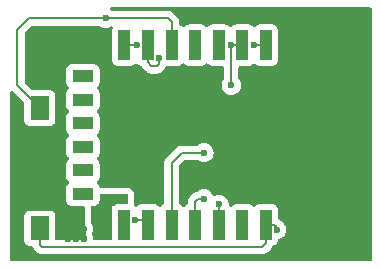
<source format=gbr>
%TF.GenerationSoftware,KiCad,Pcbnew,(6.99.0-2635-gfc1afa6298)*%
%TF.CreationDate,2022-08-16T08:58:36-07:00*%
%TF.ProjectId,seatalk_wifi,73656174-616c-46b5-9f77-6966692e6b69,rev?*%
%TF.SameCoordinates,Original*%
%TF.FileFunction,Copper,L2,Bot*%
%TF.FilePolarity,Positive*%
%FSLAX46Y46*%
G04 Gerber Fmt 4.6, Leading zero omitted, Abs format (unit mm)*
G04 Created by KiCad (PCBNEW (6.99.0-2635-gfc1afa6298)) date 2022-08-16 08:58:36*
%MOMM*%
%LPD*%
G01*
G04 APERTURE LIST*
%TA.AperFunction,SMDPad,CuDef*%
%ADD10R,1.600000X2.000000*%
%TD*%
%TA.AperFunction,SMDPad,CuDef*%
%ADD11R,1.000000X2.500000*%
%TD*%
%TA.AperFunction,SMDPad,CuDef*%
%ADD12R,1.800000X1.000000*%
%TD*%
%TA.AperFunction,ViaPad*%
%ADD13C,0.600000*%
%TD*%
%TA.AperFunction,Conductor*%
%ADD14C,0.200000*%
%TD*%
G04 APERTURE END LIST*
D10*
%TO.P,SW2,1,A*%
%TO.N,GND*%
X125699999Y-92299999D03*
%TO.P,SW2,2,B*%
%TO.N,/BOOT*%
X125699999Y-97699999D03*
%TD*%
%TO.P,SW1,1,A*%
%TO.N,GND*%
X125699999Y-102499999D03*
%TO.P,SW1,2,B*%
%TO.N,/~{RST}*%
X125699999Y-107899999D03*
%TD*%
D11*
%TO.P,U2,1,RST*%
%TO.N,/~{RST}*%
X144849999Y-107599999D03*
%TO.P,U2,2,ADC*%
%TO.N,unconnected-(U2-ADC)*%
X142849999Y-107599999D03*
%TO.P,U2,3,CH_PD*%
%TO.N,+3V3*%
X140849999Y-107599999D03*
%TO.P,U2,4,GPIO16*%
%TO.N,Net-(U2-GPIO16)*%
X138849999Y-107599999D03*
%TO.P,U2,5,GPIO14*%
%TO.N,Net-(U2-GPIO14)*%
X136849999Y-107599999D03*
%TO.P,U2,6,GPIO12*%
%TO.N,/LED*%
X134849999Y-107599999D03*
%TO.P,U2,7,GPIO13*%
%TO.N,unconnected-(U2-GPIO13)*%
X132849999Y-107599999D03*
%TO.P,U2,8,VCC*%
%TO.N,+3V3*%
X130849999Y-107599999D03*
D12*
%TO.P,U2,9,CS0*%
%TO.N,unconnected-(U2-CS0)*%
X129349999Y-104999999D03*
%TO.P,U2,10,MISO*%
%TO.N,unconnected-(U2-MISO)*%
X129349999Y-102999999D03*
%TO.P,U2,11,UART0_TXD*%
%TO.N,unconnected-(U2-GPIO9)*%
X129349999Y-100999999D03*
%TO.P,U2,12,GPIO10*%
%TO.N,unconnected-(U2-GPIO10)*%
X129349999Y-98999999D03*
%TO.P,U2,13,MOSI*%
%TO.N,unconnected-(U2-MOSI)*%
X129349999Y-96999999D03*
%TO.P,U2,14,SCLK*%
%TO.N,unconnected-(U2-SCLK)*%
X129349999Y-94999999D03*
D11*
%TO.P,U2,15,GND*%
%TO.N,GND*%
X130849999Y-92399999D03*
%TO.P,U2,16,GPIO15*%
%TO.N,/GPIO15*%
X132849999Y-92399999D03*
%TO.P,U2,17,UART1_TXD*%
%TO.N,/UART1_TXD*%
X134849999Y-92399999D03*
%TO.P,U2,18,GPIO0*%
%TO.N,/BOOT*%
X136849999Y-92399999D03*
%TO.P,U2,19,GPIO4*%
%TO.N,unconnected-(U2-GPIO4)*%
X138849999Y-92399999D03*
%TO.P,U2,20,GPIO5*%
%TO.N,unconnected-(U2-GPIO5)*%
X140849999Y-92399999D03*
%TO.P,U2,21,UART0_RXD*%
%TO.N,/UART0_RXD*%
X142849999Y-92399999D03*
%TO.P,U2,22,UART0_TXD*%
%TO.N,/UART0_TXD*%
X144849999Y-92399999D03*
%TD*%
D13*
%TO.N,GND*%
X128770000Y-106377200D03*
X128110000Y-107190000D03*
X148560000Y-107560000D03*
X147000000Y-91800000D03*
X147848800Y-106850000D03*
X127762000Y-101879400D03*
X150200000Y-105310000D03*
X148700000Y-89800000D03*
X147000000Y-90800000D03*
X129489200Y-93319600D03*
X148560000Y-106850000D03*
X129489200Y-92506800D03*
X147000000Y-92800000D03*
X147900000Y-93800000D03*
X149400000Y-102000000D03*
X149488800Y-105310000D03*
X143713200Y-105410000D03*
X148700000Y-91800000D03*
X128770000Y-107190000D03*
X148700000Y-90800000D03*
X129410000Y-108770000D03*
X129410000Y-107957200D03*
X147900000Y-92800000D03*
X148700000Y-92800000D03*
X133858000Y-96774000D03*
X147848800Y-107560000D03*
X147900000Y-90800000D03*
X128770000Y-107957284D03*
X148700000Y-93800000D03*
X147000000Y-93800000D03*
X128110000Y-107957284D03*
X139649200Y-99542600D03*
X128110000Y-106377200D03*
X147848800Y-106150000D03*
X147900000Y-91800000D03*
X133654800Y-104140000D03*
X128110000Y-108770084D03*
X147900000Y-89800000D03*
X128770000Y-108770084D03*
X148560000Y-106150000D03*
X147000000Y-89800000D03*
%TO.N,+3V3*%
X140868400Y-105867200D03*
X132000000Y-105500000D03*
X131200000Y-105500000D03*
X132800000Y-105500000D03*
%TO.N,/~{RST}*%
X145745200Y-108000800D03*
%TO.N,/BOOT*%
X131267200Y-90119200D03*
%TO.N,/UART0_RXD*%
X141900000Y-95800000D03*
X141900000Y-92400000D03*
%TO.N,/UART0_TXD*%
X143800000Y-92400000D03*
%TO.N,/LED*%
X133800000Y-107200000D03*
%TO.N,/UART1_TXD*%
X135813800Y-93472000D03*
%TO.N,/GPIO15*%
X133900000Y-92400000D03*
%TO.N,Net-(U2-GPIO14)*%
X139600000Y-101500000D03*
%TO.N,Net-(U2-GPIO16)*%
X139600000Y-105400000D03*
%TD*%
D14*
%TO.N,GND*%
X127762000Y-102184200D02*
X127446200Y-102500000D01*
X127446200Y-102500000D02*
X125700000Y-102500000D01*
X127762000Y-102184200D02*
X127762000Y-101879400D01*
%TO.N,+3V3*%
X140850000Y-107600000D02*
X140850000Y-105885600D01*
X140850000Y-105885600D02*
X140868400Y-105867200D01*
%TO.N,/~{RST}*%
X145745200Y-108000800D02*
X145745200Y-107797600D01*
X144526000Y-109474000D02*
X125882400Y-109474000D01*
X125882400Y-109474000D02*
X125700000Y-109291600D01*
X145542000Y-107594400D02*
X144855600Y-107594400D01*
X125700000Y-109291600D02*
X125700000Y-107900000D01*
X145745200Y-107797600D02*
X145542000Y-107594400D01*
X144850000Y-109150000D02*
X144526000Y-109474000D01*
X144850000Y-107600000D02*
X144850000Y-109150000D01*
%TO.N,/BOOT*%
X123799600Y-95799600D02*
X123799600Y-91084400D01*
X136850000Y-90418800D02*
X136850000Y-91650000D01*
X123799600Y-91084400D02*
X124764800Y-90119200D01*
X136550400Y-90119200D02*
X136850000Y-90418800D01*
X124764800Y-90119200D02*
X131267200Y-90119200D01*
X131267200Y-90119200D02*
X136550400Y-90119200D01*
X125700000Y-97700000D02*
X123799600Y-95799600D01*
%TO.N,/UART0_RXD*%
X142850000Y-92400000D02*
X141900000Y-92400000D01*
X141900000Y-95800000D02*
X141900000Y-92400000D01*
%TO.N,/UART0_TXD*%
X144850000Y-92400000D02*
X143800000Y-92400000D01*
%TO.N,/LED*%
X133800000Y-107200000D02*
X134450000Y-107200000D01*
X134450000Y-107200000D02*
X134850000Y-107600000D01*
%TO.N,/UART1_TXD*%
X134850000Y-93854400D02*
X135128000Y-94132400D01*
X135153400Y-94157800D02*
X135178800Y-94183200D01*
X135585200Y-94183200D02*
X135763000Y-94005400D01*
X135813800Y-93954600D02*
X135813800Y-93472000D01*
X135763000Y-94005400D02*
X135813800Y-93954600D01*
X135559800Y-94183200D02*
X135585200Y-94183200D01*
X135178800Y-94183200D02*
X135559800Y-94183200D01*
X134850000Y-92400000D02*
X134850000Y-93854400D01*
X135128000Y-94132400D02*
X135153400Y-94157800D01*
%TO.N,/GPIO15*%
X133900000Y-92400000D02*
X132850000Y-92400000D01*
%TO.N,Net-(U2-GPIO14)*%
X136850000Y-107600000D02*
X136850000Y-102350000D01*
X136850000Y-102350000D02*
X137700000Y-101500000D01*
X137700000Y-101500000D02*
X139600000Y-101500000D01*
%TO.N,Net-(U2-GPIO16)*%
X138850000Y-105650000D02*
X138850000Y-107600000D01*
X139600000Y-105400000D02*
X139100000Y-105400000D01*
X139100000Y-105400000D02*
X138850000Y-105650000D01*
%TD*%
%TA.AperFunction,Conductor*%
%TO.N,GND*%
G36*
X153742121Y-89220002D02*
G01*
X153788614Y-89273658D01*
X153800000Y-89326000D01*
X153800000Y-110574000D01*
X153779998Y-110642121D01*
X153726342Y-110688614D01*
X153674000Y-110700000D01*
X123326000Y-110700000D01*
X123257879Y-110679998D01*
X123211386Y-110626342D01*
X123200000Y-110574000D01*
X123200000Y-108948638D01*
X124391500Y-108948638D01*
X124398011Y-109009201D01*
X124449111Y-109146204D01*
X124536739Y-109263261D01*
X124543950Y-109268659D01*
X124591211Y-109304038D01*
X124653796Y-109350889D01*
X124790799Y-109401989D01*
X124827705Y-109405957D01*
X124848012Y-109408140D01*
X124848015Y-109408140D01*
X124851362Y-109408500D01*
X125005595Y-109408500D01*
X125073716Y-109428502D01*
X125122003Y-109486281D01*
X125168476Y-109598476D01*
X125173503Y-109605027D01*
X125173504Y-109605029D01*
X125241520Y-109693669D01*
X125241526Y-109693675D01*
X125266013Y-109725587D01*
X125272568Y-109730617D01*
X125291379Y-109745052D01*
X125303770Y-109755919D01*
X125418085Y-109870234D01*
X125428952Y-109882625D01*
X125448413Y-109907987D01*
X125454963Y-109913013D01*
X125480321Y-109932471D01*
X125480337Y-109932485D01*
X125529705Y-109970366D01*
X125575524Y-110005524D01*
X125723549Y-110066838D01*
X125882400Y-110087751D01*
X125914099Y-110083578D01*
X125930544Y-110082500D01*
X144477864Y-110082500D01*
X144494307Y-110083578D01*
X144526000Y-110087750D01*
X144534189Y-110086672D01*
X144565874Y-110082501D01*
X144565884Y-110082500D01*
X144565885Y-110082500D01*
X144665457Y-110069391D01*
X144676664Y-110067916D01*
X144676666Y-110067915D01*
X144684851Y-110066838D01*
X144832876Y-110005524D01*
X144928062Y-109932485D01*
X144928069Y-109932480D01*
X144928075Y-109932474D01*
X144953434Y-109913015D01*
X144959987Y-109907987D01*
X144965017Y-109901432D01*
X144979452Y-109882621D01*
X144990319Y-109870230D01*
X145246234Y-109614315D01*
X145258625Y-109603448D01*
X145277437Y-109589013D01*
X145283987Y-109583987D01*
X145308474Y-109552075D01*
X145308480Y-109552069D01*
X145376496Y-109463429D01*
X145376497Y-109463427D01*
X145381524Y-109456876D01*
X145397726Y-109417761D01*
X145442272Y-109362481D01*
X145470102Y-109347923D01*
X145587761Y-109304038D01*
X145587760Y-109304038D01*
X145596204Y-109300889D01*
X145713261Y-109213261D01*
X145758059Y-109153418D01*
X145795489Y-109103418D01*
X145795490Y-109103416D01*
X145800889Y-109096204D01*
X145851989Y-108959201D01*
X145858500Y-108898638D01*
X145858876Y-108898678D01*
X145881831Y-108833597D01*
X145942420Y-108788358D01*
X146098215Y-108733843D01*
X146252481Y-108636911D01*
X146381311Y-108508081D01*
X146432164Y-108427150D01*
X146474478Y-108359807D01*
X146478243Y-108353815D01*
X146538417Y-108181847D01*
X146542965Y-108141487D01*
X146558024Y-108007829D01*
X146558816Y-108000800D01*
X146548050Y-107905248D01*
X146539209Y-107826781D01*
X146539209Y-107826780D01*
X146538417Y-107819753D01*
X146478243Y-107647785D01*
X146474478Y-107641793D01*
X146385078Y-107499514D01*
X146381311Y-107493519D01*
X146252481Y-107364689D01*
X146098215Y-107267757D01*
X146091040Y-107265246D01*
X146090596Y-107264967D01*
X146085161Y-107262350D01*
X146085456Y-107261738D01*
X146043562Y-107235413D01*
X146006315Y-107198166D01*
X145995448Y-107185775D01*
X145981013Y-107166963D01*
X145975987Y-107160413D01*
X145944075Y-107135926D01*
X145944072Y-107135923D01*
X145907794Y-107108086D01*
X145865928Y-107050749D01*
X145858500Y-107008125D01*
X145858500Y-106301362D01*
X145851989Y-106240799D01*
X145800889Y-106103796D01*
X145784774Y-106082268D01*
X145718659Y-105993950D01*
X145713261Y-105986739D01*
X145658158Y-105945489D01*
X145603418Y-105904511D01*
X145603416Y-105904510D01*
X145596204Y-105899111D01*
X145459201Y-105848011D01*
X145422295Y-105844043D01*
X145401988Y-105841860D01*
X145401985Y-105841860D01*
X145398638Y-105841500D01*
X144301362Y-105841500D01*
X144298015Y-105841860D01*
X144298012Y-105841860D01*
X144277705Y-105844043D01*
X144240799Y-105848011D01*
X144103796Y-105899111D01*
X144096584Y-105904510D01*
X144096582Y-105904511D01*
X144041842Y-105945489D01*
X143986739Y-105986739D01*
X143981341Y-105993950D01*
X143950868Y-106034657D01*
X143894032Y-106077204D01*
X143823217Y-106082268D01*
X143760905Y-106048243D01*
X143749132Y-106034657D01*
X143718659Y-105993950D01*
X143713261Y-105986739D01*
X143658158Y-105945489D01*
X143603418Y-105904511D01*
X143603416Y-105904510D01*
X143596204Y-105899111D01*
X143459201Y-105848011D01*
X143422295Y-105844043D01*
X143401988Y-105841860D01*
X143401985Y-105841860D01*
X143398638Y-105841500D01*
X142301362Y-105841500D01*
X142298015Y-105841860D01*
X142298012Y-105841860D01*
X142277705Y-105844043D01*
X142240799Y-105848011D01*
X142103796Y-105899111D01*
X142096584Y-105904510D01*
X142096582Y-105904511D01*
X142041842Y-105945489D01*
X141986739Y-105986739D01*
X141981341Y-105993950D01*
X141950868Y-106034657D01*
X141894032Y-106077204D01*
X141823217Y-106082268D01*
X141760905Y-106048243D01*
X141749132Y-106034657D01*
X141718659Y-105993950D01*
X141713261Y-105986739D01*
X141713376Y-105986653D01*
X141681772Y-105928777D01*
X141679685Y-105887885D01*
X141681151Y-105874880D01*
X141682016Y-105867200D01*
X141679846Y-105847936D01*
X141662409Y-105693181D01*
X141662409Y-105693180D01*
X141661617Y-105686153D01*
X141601443Y-105514185D01*
X141504511Y-105359919D01*
X141375681Y-105231089D01*
X141243203Y-105147847D01*
X141227407Y-105137922D01*
X141221415Y-105134157D01*
X141049447Y-105073983D01*
X141042420Y-105073191D01*
X141042419Y-105073191D01*
X140875429Y-105054376D01*
X140868400Y-105053584D01*
X140861371Y-105054376D01*
X140694381Y-105073191D01*
X140694380Y-105073191D01*
X140687353Y-105073983D01*
X140626200Y-105095381D01*
X140522068Y-105131818D01*
X140522064Y-105131820D01*
X140515385Y-105134157D01*
X140511676Y-105136487D01*
X140442682Y-105147847D01*
X140377513Y-105119677D01*
X140339137Y-105064402D01*
X140335380Y-105053664D01*
X140333043Y-105046985D01*
X140236111Y-104892719D01*
X140107281Y-104763889D01*
X139953015Y-104666957D01*
X139781047Y-104606783D01*
X139774020Y-104605991D01*
X139774019Y-104605991D01*
X139607029Y-104587176D01*
X139600000Y-104586384D01*
X139592971Y-104587176D01*
X139425981Y-104605991D01*
X139425980Y-104605991D01*
X139418953Y-104606783D01*
X139246985Y-104666957D01*
X139092719Y-104763889D01*
X139087716Y-104768892D01*
X139086605Y-104769778D01*
X139024491Y-104796190D01*
X138941150Y-104807162D01*
X138793125Y-104868476D01*
X138793123Y-104868477D01*
X138793124Y-104868477D01*
X138697928Y-104941523D01*
X138697925Y-104941526D01*
X138666013Y-104966013D01*
X138660983Y-104972568D01*
X138646548Y-104991379D01*
X138635681Y-105003770D01*
X138453766Y-105185685D01*
X138441375Y-105196552D01*
X138416013Y-105216013D01*
X138391526Y-105247925D01*
X138391523Y-105247928D01*
X138318476Y-105343124D01*
X138260319Y-105483528D01*
X138257162Y-105491150D01*
X138256085Y-105499334D01*
X138256084Y-105499336D01*
X138242652Y-105601367D01*
X138241500Y-105610115D01*
X138241500Y-105610120D01*
X138236250Y-105650000D01*
X138237328Y-105658188D01*
X138240422Y-105681690D01*
X138241500Y-105698136D01*
X138241500Y-105760266D01*
X138221498Y-105828387D01*
X138167842Y-105874880D01*
X138159534Y-105878322D01*
X138103796Y-105899111D01*
X138096584Y-105904510D01*
X138096582Y-105904511D01*
X138041842Y-105945489D01*
X137986739Y-105986739D01*
X137981341Y-105993950D01*
X137950868Y-106034657D01*
X137894032Y-106077204D01*
X137823217Y-106082268D01*
X137760905Y-106048243D01*
X137749132Y-106034657D01*
X137718659Y-105993950D01*
X137713261Y-105986739D01*
X137658158Y-105945489D01*
X137603418Y-105904511D01*
X137603416Y-105904510D01*
X137596204Y-105899111D01*
X137540467Y-105878322D01*
X137483632Y-105835775D01*
X137458821Y-105769254D01*
X137458500Y-105760266D01*
X137458500Y-102654239D01*
X137478502Y-102586118D01*
X137495405Y-102565144D01*
X137915144Y-102145405D01*
X137977456Y-102111379D01*
X138004239Y-102108500D01*
X139015278Y-102108500D01*
X139083399Y-102128502D01*
X139089452Y-102132844D01*
X139092719Y-102136111D01*
X139098708Y-102139874D01*
X139098709Y-102139875D01*
X139107510Y-102145405D01*
X139246985Y-102233043D01*
X139418953Y-102293217D01*
X139425980Y-102294009D01*
X139425981Y-102294009D01*
X139592971Y-102312824D01*
X139600000Y-102313616D01*
X139607029Y-102312824D01*
X139774019Y-102294009D01*
X139774020Y-102294009D01*
X139781047Y-102293217D01*
X139953015Y-102233043D01*
X140107281Y-102136111D01*
X140236111Y-102007281D01*
X140273410Y-101947921D01*
X140329278Y-101859007D01*
X140333043Y-101853015D01*
X140393217Y-101681047D01*
X140413616Y-101500000D01*
X140393217Y-101318953D01*
X140333043Y-101146985D01*
X140279005Y-101060984D01*
X140239878Y-100998714D01*
X140236111Y-100992719D01*
X140107281Y-100863889D01*
X139953015Y-100766957D01*
X139781047Y-100706783D01*
X139774020Y-100705991D01*
X139774019Y-100705991D01*
X139607029Y-100687176D01*
X139600000Y-100686384D01*
X139592971Y-100687176D01*
X139425981Y-100705991D01*
X139425980Y-100705991D01*
X139418953Y-100706783D01*
X139246985Y-100766957D01*
X139092719Y-100863889D01*
X139091743Y-100864865D01*
X139028110Y-100890845D01*
X139015278Y-100891500D01*
X137748144Y-100891500D01*
X137731698Y-100890422D01*
X137708188Y-100887327D01*
X137700000Y-100886249D01*
X137541150Y-100907162D01*
X137533523Y-100910321D01*
X137533520Y-100910322D01*
X137467137Y-100937819D01*
X137393124Y-100968476D01*
X137368057Y-100987711D01*
X137297937Y-101041515D01*
X137297921Y-101041529D01*
X137272566Y-101060984D01*
X137272563Y-101060987D01*
X137266013Y-101066013D01*
X137260983Y-101072568D01*
X137246548Y-101091379D01*
X137235681Y-101103770D01*
X136453766Y-101885685D01*
X136441375Y-101896552D01*
X136416013Y-101916013D01*
X136391526Y-101947925D01*
X136391523Y-101947928D01*
X136391517Y-101947936D01*
X136345980Y-102007281D01*
X136318476Y-102043124D01*
X136257162Y-102191149D01*
X136257162Y-102191150D01*
X136255414Y-102204426D01*
X136247803Y-102262237D01*
X136241500Y-102310115D01*
X136241500Y-102310120D01*
X136236250Y-102350000D01*
X136237328Y-102358188D01*
X136240422Y-102381690D01*
X136241500Y-102398136D01*
X136241500Y-105760266D01*
X136221498Y-105828387D01*
X136167842Y-105874880D01*
X136159534Y-105878322D01*
X136103796Y-105899111D01*
X136096584Y-105904510D01*
X136096582Y-105904511D01*
X136041842Y-105945489D01*
X135986739Y-105986739D01*
X135981341Y-105993950D01*
X135950868Y-106034657D01*
X135894032Y-106077204D01*
X135823217Y-106082268D01*
X135760905Y-106048243D01*
X135749132Y-106034657D01*
X135718659Y-105993950D01*
X135713261Y-105986739D01*
X135658158Y-105945489D01*
X135603418Y-105904511D01*
X135603416Y-105904510D01*
X135596204Y-105899111D01*
X135459201Y-105848011D01*
X135422295Y-105844043D01*
X135401988Y-105841860D01*
X135401985Y-105841860D01*
X135398638Y-105841500D01*
X134301362Y-105841500D01*
X134298015Y-105841860D01*
X134298012Y-105841860D01*
X134277705Y-105844043D01*
X134240799Y-105848011D01*
X134103796Y-105899111D01*
X134096584Y-105904510D01*
X134096582Y-105904511D01*
X134041842Y-105945489D01*
X133986739Y-105986739D01*
X133981341Y-105993950D01*
X133950868Y-106034657D01*
X133894032Y-106077204D01*
X133823217Y-106082268D01*
X133760905Y-106048243D01*
X133749132Y-106034657D01*
X133713261Y-105986739D01*
X133715081Y-105985377D01*
X133687064Y-105934069D01*
X133689287Y-105871794D01*
X133691431Y-105864492D01*
X133691432Y-105864488D01*
X133692700Y-105860169D01*
X133694053Y-105850764D01*
X133712861Y-105719947D01*
X133712861Y-105719942D01*
X133713500Y-105715500D01*
X133713500Y-105126000D01*
X133705006Y-105046985D01*
X133702128Y-105020215D01*
X133702127Y-105020208D01*
X133701766Y-105016851D01*
X133701048Y-105013550D01*
X133691094Y-104967790D01*
X133691093Y-104967785D01*
X133690380Y-104964509D01*
X133655710Y-104860343D01*
X133576692Y-104737388D01*
X133530199Y-104683732D01*
X133508143Y-104664620D01*
X133426550Y-104593919D01*
X133426547Y-104593917D01*
X133419739Y-104588018D01*
X133286790Y-104527302D01*
X133263036Y-104520327D01*
X133222992Y-104508569D01*
X133222988Y-104508568D01*
X133218669Y-104507300D01*
X133214220Y-104506660D01*
X133214214Y-104506659D01*
X133078447Y-104487139D01*
X133078442Y-104487139D01*
X133074000Y-104486500D01*
X130884500Y-104486500D01*
X130881143Y-104486861D01*
X130880170Y-104486913D01*
X130811077Y-104470583D01*
X130761780Y-104419491D01*
X130752357Y-104394225D01*
X130751989Y-104390799D01*
X130700889Y-104253796D01*
X130613261Y-104136739D01*
X130565343Y-104100868D01*
X130522796Y-104044032D01*
X130517732Y-103973217D01*
X130551757Y-103910905D01*
X130565343Y-103899132D01*
X130606050Y-103868659D01*
X130613261Y-103863261D01*
X130700889Y-103746204D01*
X130751989Y-103609201D01*
X130758500Y-103548638D01*
X130758500Y-102451362D01*
X130751989Y-102390799D01*
X130700889Y-102253796D01*
X130685354Y-102233043D01*
X130618659Y-102143950D01*
X130613261Y-102136739D01*
X130565343Y-102100868D01*
X130522796Y-102044032D01*
X130517732Y-101973217D01*
X130551757Y-101910905D01*
X130565343Y-101899132D01*
X130613261Y-101863261D01*
X130700889Y-101746204D01*
X130751989Y-101609201D01*
X130758500Y-101548638D01*
X130758500Y-100451362D01*
X130751989Y-100390799D01*
X130700889Y-100253796D01*
X130613261Y-100136739D01*
X130565343Y-100100868D01*
X130522796Y-100044032D01*
X130517732Y-99973217D01*
X130551757Y-99910905D01*
X130565343Y-99899132D01*
X130606050Y-99868659D01*
X130613261Y-99863261D01*
X130700889Y-99746204D01*
X130751989Y-99609201D01*
X130758500Y-99548638D01*
X130758500Y-98451362D01*
X130751989Y-98390799D01*
X130700889Y-98253796D01*
X130613261Y-98136739D01*
X130565343Y-98100868D01*
X130522796Y-98044032D01*
X130517732Y-97973217D01*
X130551757Y-97910905D01*
X130565343Y-97899132D01*
X130606050Y-97868659D01*
X130613261Y-97863261D01*
X130700889Y-97746204D01*
X130751989Y-97609201D01*
X130758500Y-97548638D01*
X130758500Y-96451362D01*
X130751989Y-96390799D01*
X130700889Y-96253796D01*
X130695026Y-96245963D01*
X130618659Y-96143950D01*
X130613261Y-96136739D01*
X130565343Y-96100868D01*
X130522796Y-96044032D01*
X130517732Y-95973217D01*
X130551757Y-95910905D01*
X130565343Y-95899132D01*
X130606050Y-95868659D01*
X130613261Y-95863261D01*
X130700889Y-95746204D01*
X130751989Y-95609201D01*
X130758500Y-95548638D01*
X130758500Y-94451362D01*
X130751989Y-94390799D01*
X130700889Y-94253796D01*
X130687778Y-94236281D01*
X130618659Y-94143950D01*
X130613261Y-94136739D01*
X130496204Y-94049111D01*
X130359201Y-93998011D01*
X130322295Y-93994043D01*
X130301988Y-93991860D01*
X130301985Y-93991860D01*
X130298638Y-93991500D01*
X128401362Y-93991500D01*
X128398015Y-93991860D01*
X128398012Y-93991860D01*
X128377705Y-93994043D01*
X128340799Y-93998011D01*
X128203796Y-94049111D01*
X128086739Y-94136739D01*
X128081341Y-94143950D01*
X128012223Y-94236281D01*
X127999111Y-94253796D01*
X127948011Y-94390799D01*
X127941500Y-94451362D01*
X127941500Y-95548638D01*
X127948011Y-95609201D01*
X127999111Y-95746204D01*
X128086739Y-95863261D01*
X128093950Y-95868659D01*
X128134657Y-95899132D01*
X128177204Y-95955968D01*
X128182268Y-96026783D01*
X128148243Y-96089095D01*
X128134657Y-96100868D01*
X128086739Y-96136739D01*
X128081341Y-96143950D01*
X128004975Y-96245963D01*
X127999111Y-96253796D01*
X127948011Y-96390799D01*
X127941500Y-96451362D01*
X127941500Y-97548638D01*
X127948011Y-97609201D01*
X127999111Y-97746204D01*
X128086739Y-97863261D01*
X128093950Y-97868659D01*
X128134657Y-97899132D01*
X128177204Y-97955968D01*
X128182268Y-98026783D01*
X128148243Y-98089095D01*
X128134657Y-98100868D01*
X128086739Y-98136739D01*
X127999111Y-98253796D01*
X127948011Y-98390799D01*
X127941500Y-98451362D01*
X127941500Y-99548638D01*
X127948011Y-99609201D01*
X127999111Y-99746204D01*
X128086739Y-99863261D01*
X128093950Y-99868659D01*
X128134657Y-99899132D01*
X128177204Y-99955968D01*
X128182268Y-100026783D01*
X128148243Y-100089095D01*
X128134657Y-100100868D01*
X128086739Y-100136739D01*
X127999111Y-100253796D01*
X127948011Y-100390799D01*
X127941500Y-100451362D01*
X127941500Y-101548638D01*
X127948011Y-101609201D01*
X127999111Y-101746204D01*
X128086739Y-101863261D01*
X128134657Y-101899132D01*
X128177204Y-101955968D01*
X128182268Y-102026783D01*
X128148243Y-102089095D01*
X128134657Y-102100868D01*
X128086739Y-102136739D01*
X128081341Y-102143950D01*
X128014647Y-102233043D01*
X127999111Y-102253796D01*
X127948011Y-102390799D01*
X127941500Y-102451362D01*
X127941500Y-103548638D01*
X127948011Y-103609201D01*
X127999111Y-103746204D01*
X128086739Y-103863261D01*
X128093950Y-103868659D01*
X128134657Y-103899132D01*
X128177204Y-103955968D01*
X128182268Y-104026783D01*
X128148243Y-104089095D01*
X128134657Y-104100868D01*
X128086739Y-104136739D01*
X127999111Y-104253796D01*
X127948011Y-104390799D01*
X127941500Y-104451362D01*
X127941500Y-105548638D01*
X127948011Y-105609201D01*
X127999111Y-105746204D01*
X128004510Y-105753416D01*
X128004511Y-105753418D01*
X128016366Y-105769254D01*
X128086739Y-105863261D01*
X128203796Y-105950889D01*
X128340799Y-106001989D01*
X128377705Y-106005957D01*
X128398012Y-106008140D01*
X128398015Y-106008140D01*
X128401362Y-106008500D01*
X129360500Y-106008500D01*
X129428621Y-106028502D01*
X129475114Y-106082158D01*
X129486500Y-106134500D01*
X129486500Y-107351618D01*
X129489441Y-107406500D01*
X129492320Y-107433283D01*
X129492588Y-107434940D01*
X129492590Y-107434951D01*
X129500125Y-107481448D01*
X129500126Y-107481453D01*
X129501116Y-107487560D01*
X129503278Y-107493357D01*
X129503279Y-107493360D01*
X129550622Y-107620287D01*
X129552194Y-107624501D01*
X129554347Y-107628444D01*
X129554348Y-107628446D01*
X129584062Y-107682862D01*
X129584065Y-107682867D01*
X129586220Y-107686813D01*
X129588913Y-107690411D01*
X129588918Y-107690418D01*
X129604046Y-107710625D01*
X129610920Y-107723368D01*
X129611318Y-107723118D01*
X129669914Y-107816373D01*
X129682156Y-107841792D01*
X129694735Y-107877739D01*
X129701013Y-107905243D01*
X129705278Y-107943097D01*
X129705277Y-107971310D01*
X129701012Y-108009157D01*
X129694734Y-108036662D01*
X129658359Y-108140617D01*
X129657922Y-108140464D01*
X129654007Y-108156661D01*
X129650923Y-108163505D01*
X129650919Y-108163516D01*
X129649142Y-108167460D01*
X129647924Y-108171610D01*
X129647922Y-108171614D01*
X129644918Y-108181847D01*
X129638545Y-108203552D01*
X129621589Y-108285513D01*
X129621733Y-108292583D01*
X129621733Y-108292585D01*
X129622846Y-108347135D01*
X129624569Y-108431640D01*
X129635724Y-108499389D01*
X129636111Y-108501128D01*
X129636113Y-108501137D01*
X129638775Y-108513089D01*
X129648200Y-108555414D01*
X129650743Y-108561142D01*
X129653356Y-108567027D01*
X129658734Y-108586452D01*
X129658359Y-108586583D01*
X129660330Y-108592215D01*
X129660330Y-108592216D01*
X129694734Y-108690538D01*
X129701012Y-108718042D01*
X129701840Y-108725389D01*
X129689593Y-108795321D01*
X129641482Y-108847531D01*
X129576633Y-108865500D01*
X127134500Y-108865500D01*
X127066379Y-108845498D01*
X127019886Y-108791842D01*
X127008500Y-108739500D01*
X127008500Y-106851362D01*
X127001989Y-106790799D01*
X126950889Y-106653796D01*
X126863261Y-106536739D01*
X126746204Y-106449111D01*
X126609201Y-106398011D01*
X126572295Y-106394043D01*
X126551988Y-106391860D01*
X126551985Y-106391860D01*
X126548638Y-106391500D01*
X124851362Y-106391500D01*
X124848015Y-106391860D01*
X124848012Y-106391860D01*
X124827705Y-106394043D01*
X124790799Y-106398011D01*
X124653796Y-106449111D01*
X124536739Y-106536739D01*
X124449111Y-106653796D01*
X124398011Y-106790799D01*
X124391500Y-106851362D01*
X124391500Y-108948638D01*
X123200000Y-108948638D01*
X123200000Y-96364739D01*
X123220002Y-96296618D01*
X123273658Y-96250125D01*
X123343932Y-96240021D01*
X123408512Y-96269515D01*
X123415095Y-96275644D01*
X124354595Y-97215144D01*
X124388621Y-97277456D01*
X124391500Y-97304239D01*
X124391500Y-98748638D01*
X124398011Y-98809201D01*
X124449111Y-98946204D01*
X124536739Y-99063261D01*
X124653796Y-99150889D01*
X124790799Y-99201989D01*
X124827705Y-99205957D01*
X124848012Y-99208140D01*
X124848015Y-99208140D01*
X124851362Y-99208500D01*
X126548638Y-99208500D01*
X126551985Y-99208140D01*
X126551988Y-99208140D01*
X126572295Y-99205957D01*
X126609201Y-99201989D01*
X126746204Y-99150889D01*
X126863261Y-99063261D01*
X126950889Y-98946204D01*
X127001989Y-98809201D01*
X127008500Y-98748638D01*
X127008500Y-96651362D01*
X127001989Y-96590799D01*
X126950889Y-96453796D01*
X126909595Y-96398633D01*
X126868659Y-96343950D01*
X126863261Y-96336739D01*
X126823910Y-96307281D01*
X126753418Y-96254511D01*
X126753416Y-96254510D01*
X126746204Y-96249111D01*
X126609201Y-96198011D01*
X126572295Y-96194043D01*
X126551988Y-96191860D01*
X126551985Y-96191860D01*
X126548638Y-96191500D01*
X125104239Y-96191500D01*
X125036118Y-96171498D01*
X125015144Y-96154595D01*
X124445005Y-95584456D01*
X124410979Y-95522144D01*
X124408100Y-95495361D01*
X124408100Y-91388640D01*
X124428102Y-91320519D01*
X124445004Y-91299545D01*
X124979943Y-90764605D01*
X125042256Y-90730580D01*
X125069039Y-90727700D01*
X130682478Y-90727700D01*
X130750599Y-90747702D01*
X130756652Y-90752044D01*
X130759919Y-90755311D01*
X130765908Y-90759074D01*
X130765909Y-90759075D01*
X130801345Y-90781341D01*
X130914185Y-90852243D01*
X131086153Y-90912417D01*
X131093180Y-90913209D01*
X131093181Y-90913209D01*
X131202703Y-90925549D01*
X131255565Y-90931505D01*
X131260171Y-90932024D01*
X131267200Y-90932816D01*
X131274229Y-90932024D01*
X131278836Y-90931505D01*
X131331697Y-90925549D01*
X131441219Y-90913209D01*
X131441220Y-90913209D01*
X131448247Y-90912417D01*
X131620215Y-90852243D01*
X131694423Y-90805615D01*
X131762744Y-90786309D01*
X131830657Y-90807004D01*
X131876601Y-90861131D01*
X131885987Y-90931505D01*
X131879514Y-90956335D01*
X131850765Y-91033412D01*
X131850763Y-91033421D01*
X131848011Y-91040799D01*
X131847169Y-91048633D01*
X131843324Y-91084400D01*
X131841500Y-91101362D01*
X131841500Y-93698638D01*
X131848011Y-93759201D01*
X131899111Y-93896204D01*
X131904510Y-93903416D01*
X131904511Y-93903418D01*
X131950868Y-93965343D01*
X131986739Y-94013261D01*
X132103796Y-94100889D01*
X132240799Y-94151989D01*
X132277705Y-94155957D01*
X132298012Y-94158140D01*
X132298015Y-94158140D01*
X132301362Y-94158500D01*
X133398638Y-94158500D01*
X133401985Y-94158140D01*
X133401988Y-94158140D01*
X133422295Y-94155957D01*
X133459201Y-94151989D01*
X133596204Y-94100889D01*
X133713261Y-94013261D01*
X133749132Y-93965343D01*
X133805968Y-93922796D01*
X133876783Y-93917732D01*
X133939095Y-93951757D01*
X133950868Y-93965343D01*
X133986739Y-94013261D01*
X134103796Y-94100889D01*
X134240799Y-94151989D01*
X134264045Y-94154488D01*
X134329638Y-94181656D01*
X134350540Y-94203062D01*
X134391520Y-94256469D01*
X134391526Y-94256475D01*
X134416013Y-94288387D01*
X134422568Y-94293417D01*
X134441379Y-94307852D01*
X134453770Y-94318719D01*
X134714485Y-94579434D01*
X134725352Y-94591825D01*
X134744813Y-94617187D01*
X134776725Y-94641674D01*
X134776728Y-94641677D01*
X134871924Y-94714724D01*
X135019949Y-94776038D01*
X135028136Y-94777116D01*
X135028137Y-94777116D01*
X135039342Y-94778591D01*
X135070538Y-94782698D01*
X135138915Y-94791700D01*
X135138918Y-94791700D01*
X135138926Y-94791701D01*
X135170611Y-94795872D01*
X135178800Y-94796950D01*
X135210493Y-94792778D01*
X135226936Y-94791700D01*
X135537064Y-94791700D01*
X135553507Y-94792778D01*
X135585200Y-94796950D01*
X135593389Y-94795872D01*
X135625074Y-94791701D01*
X135625084Y-94791700D01*
X135625085Y-94791700D01*
X135625101Y-94791698D01*
X135724657Y-94778591D01*
X135735864Y-94777116D01*
X135735866Y-94777115D01*
X135744051Y-94776038D01*
X135892076Y-94714724D01*
X135987272Y-94641677D01*
X135987275Y-94641674D01*
X136019187Y-94617187D01*
X136024217Y-94610632D01*
X136038652Y-94591821D01*
X136049519Y-94579430D01*
X136210034Y-94418915D01*
X136222425Y-94408048D01*
X136241237Y-94393613D01*
X136247787Y-94388587D01*
X136272274Y-94356675D01*
X136272280Y-94356669D01*
X136340296Y-94268029D01*
X136340297Y-94268027D01*
X136345324Y-94261476D01*
X136348484Y-94253848D01*
X136348487Y-94253842D01*
X136355761Y-94236281D01*
X136400309Y-94181000D01*
X136472169Y-94158500D01*
X137398638Y-94158500D01*
X137401985Y-94158140D01*
X137401988Y-94158140D01*
X137422295Y-94155957D01*
X137459201Y-94151989D01*
X137596204Y-94100889D01*
X137713261Y-94013261D01*
X137749132Y-93965343D01*
X137805968Y-93922796D01*
X137876783Y-93917732D01*
X137939095Y-93951757D01*
X137950868Y-93965343D01*
X137986739Y-94013261D01*
X138103796Y-94100889D01*
X138240799Y-94151989D01*
X138277705Y-94155957D01*
X138298012Y-94158140D01*
X138298015Y-94158140D01*
X138301362Y-94158500D01*
X139398638Y-94158500D01*
X139401985Y-94158140D01*
X139401988Y-94158140D01*
X139422295Y-94155957D01*
X139459201Y-94151989D01*
X139596204Y-94100889D01*
X139713261Y-94013261D01*
X139749132Y-93965343D01*
X139805968Y-93922796D01*
X139876783Y-93917732D01*
X139939095Y-93951757D01*
X139950868Y-93965343D01*
X139986739Y-94013261D01*
X140103796Y-94100889D01*
X140240799Y-94151989D01*
X140277705Y-94155957D01*
X140298012Y-94158140D01*
X140298015Y-94158140D01*
X140301362Y-94158500D01*
X141165500Y-94158500D01*
X141233621Y-94178502D01*
X141280114Y-94232158D01*
X141291500Y-94284500D01*
X141291500Y-95215278D01*
X141271498Y-95283399D01*
X141267156Y-95289452D01*
X141263889Y-95292719D01*
X141166957Y-95446985D01*
X141106783Y-95618953D01*
X141105991Y-95625980D01*
X141105991Y-95625981D01*
X141090922Y-95759720D01*
X141086384Y-95800000D01*
X141106783Y-95981047D01*
X141166957Y-96153015D01*
X141263889Y-96307281D01*
X141392719Y-96436111D01*
X141546985Y-96533043D01*
X141718953Y-96593217D01*
X141725980Y-96594009D01*
X141725981Y-96594009D01*
X141892971Y-96612824D01*
X141900000Y-96613616D01*
X141907029Y-96612824D01*
X142074019Y-96594009D01*
X142074020Y-96594009D01*
X142081047Y-96593217D01*
X142253015Y-96533043D01*
X142407281Y-96436111D01*
X142536111Y-96307281D01*
X142633043Y-96153015D01*
X142693217Y-95981047D01*
X142713616Y-95800000D01*
X142709078Y-95759720D01*
X142694009Y-95625981D01*
X142694009Y-95625980D01*
X142693217Y-95618953D01*
X142633043Y-95446985D01*
X142536111Y-95292719D01*
X142535135Y-95291743D01*
X142509155Y-95228110D01*
X142508500Y-95215278D01*
X142508500Y-94284500D01*
X142528502Y-94216379D01*
X142582158Y-94169886D01*
X142634500Y-94158500D01*
X143398638Y-94158500D01*
X143401985Y-94158140D01*
X143401988Y-94158140D01*
X143422295Y-94155957D01*
X143459201Y-94151989D01*
X143596204Y-94100889D01*
X143713261Y-94013261D01*
X143749132Y-93965343D01*
X143805968Y-93922796D01*
X143876783Y-93917732D01*
X143939095Y-93951757D01*
X143950868Y-93965343D01*
X143986739Y-94013261D01*
X144103796Y-94100889D01*
X144240799Y-94151989D01*
X144277705Y-94155957D01*
X144298012Y-94158140D01*
X144298015Y-94158140D01*
X144301362Y-94158500D01*
X145398638Y-94158500D01*
X145401985Y-94158140D01*
X145401988Y-94158140D01*
X145422295Y-94155957D01*
X145459201Y-94151989D01*
X145596204Y-94100889D01*
X145713261Y-94013261D01*
X145749132Y-93965343D01*
X145795489Y-93903418D01*
X145795490Y-93903416D01*
X145800889Y-93896204D01*
X145851989Y-93759201D01*
X145858500Y-93698638D01*
X145858500Y-91101362D01*
X145856677Y-91084400D01*
X145852831Y-91048633D01*
X145851989Y-91040799D01*
X145800889Y-90903796D01*
X145784774Y-90882268D01*
X145718659Y-90793950D01*
X145713261Y-90786739D01*
X145638242Y-90730580D01*
X145603418Y-90704511D01*
X145603416Y-90704510D01*
X145596204Y-90699111D01*
X145459201Y-90648011D01*
X145422295Y-90644043D01*
X145401988Y-90641860D01*
X145401985Y-90641860D01*
X145398638Y-90641500D01*
X144301362Y-90641500D01*
X144298015Y-90641860D01*
X144298012Y-90641860D01*
X144277705Y-90644043D01*
X144240799Y-90648011D01*
X144103796Y-90699111D01*
X144096584Y-90704510D01*
X144096582Y-90704511D01*
X144061758Y-90730580D01*
X143986739Y-90786739D01*
X143981341Y-90793950D01*
X143950868Y-90834657D01*
X143894032Y-90877204D01*
X143823217Y-90882268D01*
X143760905Y-90848243D01*
X143749132Y-90834657D01*
X143718659Y-90793950D01*
X143713261Y-90786739D01*
X143638242Y-90730580D01*
X143603418Y-90704511D01*
X143603416Y-90704510D01*
X143596204Y-90699111D01*
X143459201Y-90648011D01*
X143422295Y-90644043D01*
X143401988Y-90641860D01*
X143401985Y-90641860D01*
X143398638Y-90641500D01*
X142301362Y-90641500D01*
X142298015Y-90641860D01*
X142298012Y-90641860D01*
X142277705Y-90644043D01*
X142240799Y-90648011D01*
X142103796Y-90699111D01*
X142096584Y-90704510D01*
X142096582Y-90704511D01*
X142061758Y-90730580D01*
X141986739Y-90786739D01*
X141981341Y-90793950D01*
X141950868Y-90834657D01*
X141894032Y-90877204D01*
X141823217Y-90882268D01*
X141760905Y-90848243D01*
X141749132Y-90834657D01*
X141718659Y-90793950D01*
X141713261Y-90786739D01*
X141638242Y-90730580D01*
X141603418Y-90704511D01*
X141603416Y-90704510D01*
X141596204Y-90699111D01*
X141459201Y-90648011D01*
X141422295Y-90644043D01*
X141401988Y-90641860D01*
X141401985Y-90641860D01*
X141398638Y-90641500D01*
X140301362Y-90641500D01*
X140298015Y-90641860D01*
X140298012Y-90641860D01*
X140277705Y-90644043D01*
X140240799Y-90648011D01*
X140103796Y-90699111D01*
X140096584Y-90704510D01*
X140096582Y-90704511D01*
X140061758Y-90730580D01*
X139986739Y-90786739D01*
X139981341Y-90793950D01*
X139950868Y-90834657D01*
X139894032Y-90877204D01*
X139823217Y-90882268D01*
X139760905Y-90848243D01*
X139749132Y-90834657D01*
X139718659Y-90793950D01*
X139713261Y-90786739D01*
X139638242Y-90730580D01*
X139603418Y-90704511D01*
X139603416Y-90704510D01*
X139596204Y-90699111D01*
X139459201Y-90648011D01*
X139422295Y-90644043D01*
X139401988Y-90641860D01*
X139401985Y-90641860D01*
X139398638Y-90641500D01*
X138301362Y-90641500D01*
X138298015Y-90641860D01*
X138298012Y-90641860D01*
X138277705Y-90644043D01*
X138240799Y-90648011D01*
X138103796Y-90699111D01*
X138096584Y-90704510D01*
X138096582Y-90704511D01*
X138061758Y-90730580D01*
X137986739Y-90786739D01*
X137981341Y-90793950D01*
X137950868Y-90834657D01*
X137894032Y-90877204D01*
X137823217Y-90882268D01*
X137760905Y-90848243D01*
X137749132Y-90834657D01*
X137718659Y-90793950D01*
X137713261Y-90786739D01*
X137638242Y-90730580D01*
X137603418Y-90704511D01*
X137603416Y-90704510D01*
X137596204Y-90699111D01*
X137540467Y-90678322D01*
X137483632Y-90635775D01*
X137458821Y-90569254D01*
X137458500Y-90560266D01*
X137458500Y-90466936D01*
X137459578Y-90450490D01*
X137462672Y-90426988D01*
X137463750Y-90418800D01*
X137458500Y-90378922D01*
X137458500Y-90378915D01*
X137442838Y-90259950D01*
X137381524Y-90111925D01*
X137376497Y-90105374D01*
X137376495Y-90105370D01*
X137361722Y-90086118D01*
X137308483Y-90016736D01*
X137308477Y-90016728D01*
X137308474Y-90016725D01*
X137283987Y-89984813D01*
X137277432Y-89979783D01*
X137258621Y-89965348D01*
X137246230Y-89954481D01*
X137014715Y-89722966D01*
X137003848Y-89710575D01*
X136989413Y-89691763D01*
X136984387Y-89685213D01*
X136952475Y-89660726D01*
X136952472Y-89660723D01*
X136857276Y-89587676D01*
X136709251Y-89526362D01*
X136701064Y-89525284D01*
X136701063Y-89525284D01*
X136689858Y-89523809D01*
X136658662Y-89519702D01*
X136590285Y-89510700D01*
X136590282Y-89510700D01*
X136590274Y-89510699D01*
X136558589Y-89506528D01*
X136550400Y-89505450D01*
X136518707Y-89509622D01*
X136502264Y-89510700D01*
X131851922Y-89510700D01*
X131783801Y-89490698D01*
X131777748Y-89486356D01*
X131774481Y-89483089D01*
X131694267Y-89432687D01*
X131647229Y-89379508D01*
X131636409Y-89309341D01*
X131665242Y-89244463D01*
X131724574Y-89205472D01*
X131761303Y-89200000D01*
X153674000Y-89200000D01*
X153742121Y-89220002D01*
G37*
%TD.AperFunction*%
%TD*%
%TA.AperFunction,Conductor*%
%TO.N,+3V3*%
G36*
X133142121Y-105020002D02*
G01*
X133188614Y-105073658D01*
X133200000Y-105126000D01*
X133200000Y-105715500D01*
X133179998Y-105783621D01*
X133126342Y-105830114D01*
X133074000Y-105841500D01*
X132301362Y-105841500D01*
X132298015Y-105841860D01*
X132298012Y-105841860D01*
X132277705Y-105844043D01*
X132240799Y-105848011D01*
X132103796Y-105899111D01*
X132034629Y-105950889D01*
X132002597Y-105974868D01*
X131936077Y-105999679D01*
X131927088Y-106000000D01*
X131800000Y-106000000D01*
X131800000Y-108739500D01*
X131779998Y-108807621D01*
X131726342Y-108854114D01*
X131674000Y-108865500D01*
X130346977Y-108865500D01*
X130278856Y-108845498D01*
X130232363Y-108791842D01*
X130221769Y-108753607D01*
X130204009Y-108595981D01*
X130204009Y-108595980D01*
X130203217Y-108588953D01*
X130181819Y-108527800D01*
X130145382Y-108423668D01*
X130145380Y-108423664D01*
X130143043Y-108416985D01*
X130142402Y-108415964D01*
X130131247Y-108348215D01*
X130141844Y-108312123D01*
X130143043Y-108310215D01*
X130145380Y-108303536D01*
X130145382Y-108303532D01*
X130200880Y-108144925D01*
X130203217Y-108138247D01*
X130223616Y-107957200D01*
X130203217Y-107776153D01*
X130143043Y-107604185D01*
X130046111Y-107449919D01*
X130036905Y-107440713D01*
X130002879Y-107378401D01*
X130000000Y-107351618D01*
X130000000Y-106134500D01*
X130020002Y-106066379D01*
X130073658Y-106019886D01*
X130126000Y-106008500D01*
X130298638Y-106008500D01*
X130301985Y-106008140D01*
X130301988Y-106008140D01*
X130322295Y-106005957D01*
X130359201Y-106001989D01*
X130496204Y-105950889D01*
X130613261Y-105863261D01*
X130629494Y-105841576D01*
X130685033Y-105800000D01*
X130700000Y-105800000D01*
X130700000Y-105771322D01*
X130707944Y-105727289D01*
X130749236Y-105616581D01*
X130751989Y-105609201D01*
X130758500Y-105548638D01*
X130758500Y-105126000D01*
X130778502Y-105057879D01*
X130832158Y-105011386D01*
X130884500Y-105000000D01*
X133074000Y-105000000D01*
X133142121Y-105020002D01*
G37*
%TD.AperFunction*%
%TD*%
M02*

</source>
